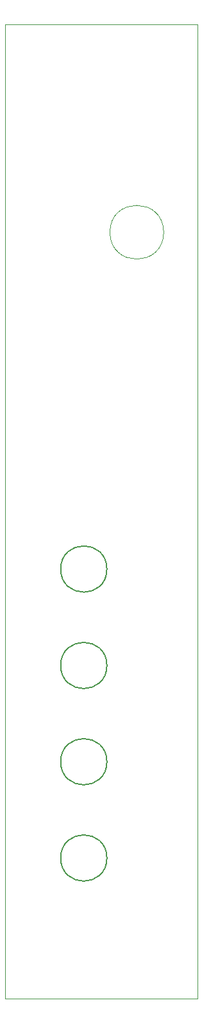
<source format=gbr>
%TF.GenerationSoftware,KiCad,Pcbnew,(5.1.6)-1*%
%TF.CreationDate,2021-04-21T22:03:43+02:00*%
%TF.ProjectId,answertainty faceplate,616e7377-6572-4746-9169-6e7479206661,rev?*%
%TF.SameCoordinates,Original*%
%TF.FileFunction,Profile,NP*%
%FSLAX46Y46*%
G04 Gerber Fmt 4.6, Leading zero omitted, Abs format (unit mm)*
G04 Created by KiCad (PCBNEW (5.1.6)-1) date 2021-04-21 22:03:43*
%MOMM*%
%LPD*%
G01*
G04 APERTURE LIST*
%TA.AperFunction,Profile*%
%ADD10C,0.050000*%
%TD*%
%TA.AperFunction,Profile*%
%ADD11C,0.150000*%
%TD*%
G04 APERTURE END LIST*
D10*
X122550000Y-78220000D02*
G75*
G03*
X122550000Y-78220000I-3550000J0D01*
G01*
D11*
X115050000Y-160770000D02*
G75*
G03*
X115050000Y-160770000I-3050000J0D01*
G01*
X115050000Y-148070000D02*
G75*
G03*
X115050000Y-148070000I-3050000J0D01*
G01*
X115050000Y-135370000D02*
G75*
G03*
X115050000Y-135370000I-3050000J0D01*
G01*
X115050000Y-122650000D02*
G75*
G03*
X115050000Y-122650000I-3050000J0D01*
G01*
D10*
X101600000Y-179300000D02*
X127000000Y-179300000D01*
X127000000Y-50800000D02*
X101600000Y-50800000D01*
X127000000Y-50800000D02*
X127000000Y-179300000D01*
X101600000Y-50800000D02*
X101600000Y-179300000D01*
M02*

</source>
